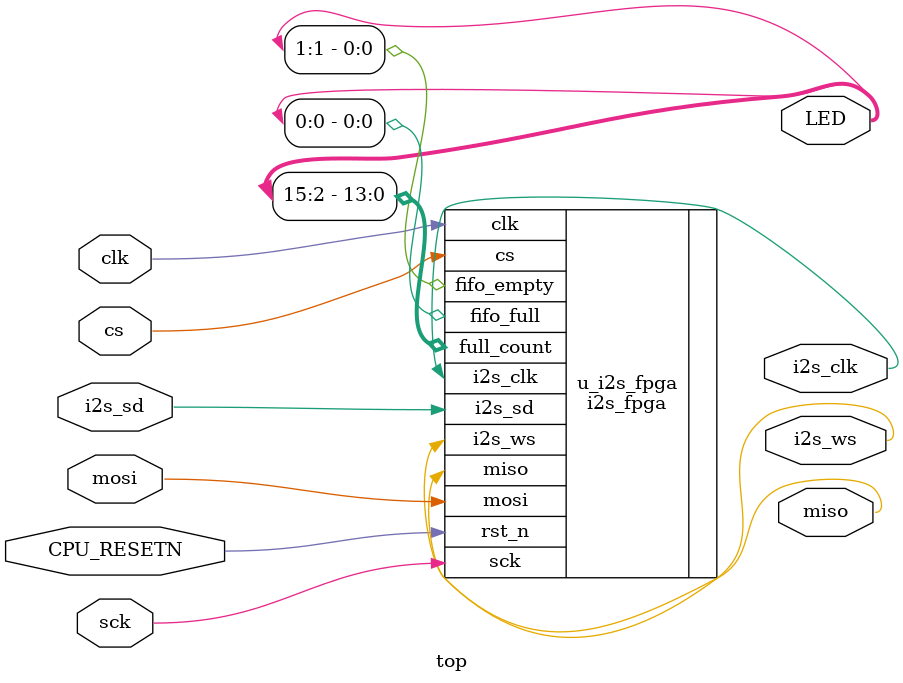
<source format=sv>
module top (
    input logic clk,  // Esse clock na nexys4 é 100MHz

    output logic [15:0] LED,

    input  logic mosi,
    output logic miso,
    input  logic sck,
    input  logic cs,

    input logic CPU_RESETN,
    // TODO: adicionar um outro final de reset, que permita a reinicialização do módulo via software

    output logic i2s_clk,  // Clock do I2S
    output logic i2s_ws,   // Word Select do I2S
    input  logic i2s_sd    // Dados do I2S
);

    i2s_fpga #(
        .CLK_FREQ        (100_000_000),  // Frequência do clock do sistema
        .I2S_CLK_FREQ    (1_500_000),
        .FIFO_DEPTH      (512 * 1024), // 64kB
        .FIFO_WIDTH      (8),
        .DATA_SIZE       (24),
        .REDUCE_FACTOR   (2),
        .SIZE_FULL_COUNT (14)
    ) u_i2s_fpga (
        .clk       (clk),
        .rst_n     (CPU_RESETN),
        .mosi      (mosi),
        .miso      (miso),
        .cs        (cs),
        .sck       (sck),

        .i2s_clk   (i2s_clk),
        .i2s_ws    (i2s_ws),
        .i2s_sd    (i2s_sd),

        .full_count(LED[15:2]),
        .fifo_empty(LED[1]),
        .fifo_full (LED[0])
    );

endmodule


</source>
